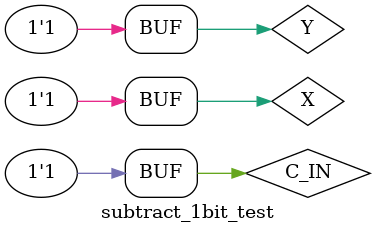
<source format=v>
`timescale 1ns / 1ps


module subtract_1bit_test;

	// Inputs
	reg X;
	reg Y;
	reg C_IN;

	// Outputs
	wire Z;
	wire C_OUT;

	// Instantiate the Unit Under Test (UUT)
	subtract_1bit uut (
		.X(X), 
		.Y(Y), 
		.C_IN(C_IN), 
		.Z(Z), 
		.C_OUT(C_OUT)
	);

	initial begin
		// Initialize Inputs
		X = 0;
		Y = 0;
		C_IN = 0;

		// Wait 100 ns for global reset to finish
		X = 0; Y = 0; C_IN = 0; #100;
      X = 0; Y = 0; C_IN = 1; #100;
      X = 0; Y = 1; C_IN = 0; #100;
      X = 0; Y = 1; C_IN = 1; #100;
      X = 1; Y = 0; C_IN = 0; #100;
      X = 1; Y = 0; C_IN = 1; #100;
      X = 1; Y = 1; C_IN = 0; #100;
      X = 1; Y = 1; C_IN = 1; #100;

	end
      
endmodule


</source>
